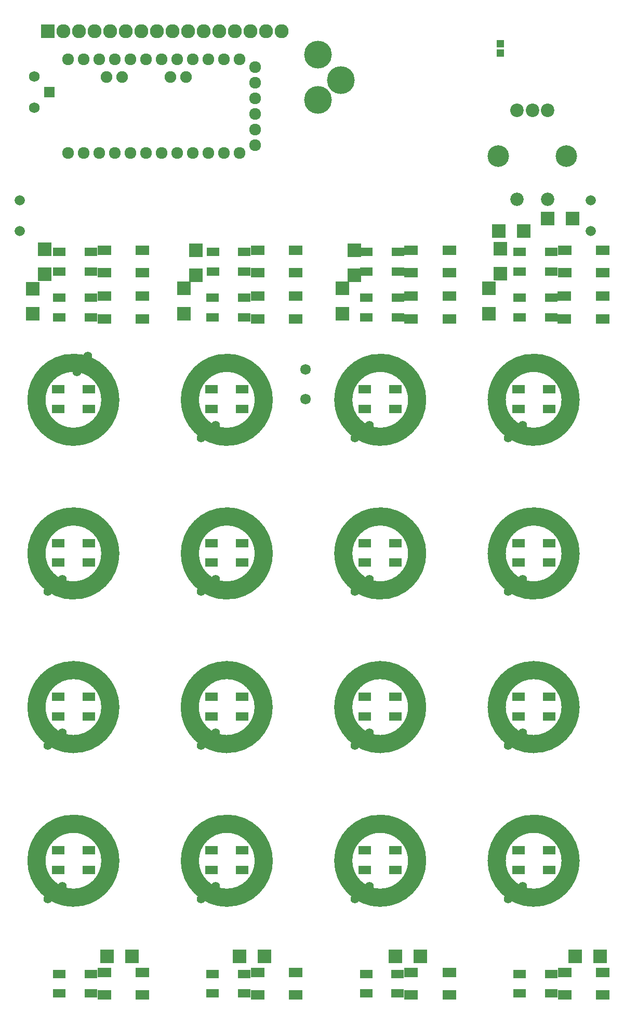
<source format=gts>
G04 #@! TF.FileFunction,Soldermask,Top*
%FSLAX46Y46*%
G04 Gerber Fmt 4.6, Leading zero omitted, Abs format (unit mm)*
G04 Created by KiCad (PCBNEW 4.0.4-stable) date 07/12/17 09:58:22*
%MOMM*%
%LPD*%
G01*
G04 APERTURE LIST*
%ADD10C,2.000000*%
%ADD11C,3.000000*%
%ADD12C,1.416000*%
%ADD13R,2.000000X1.400000*%
%ADD14R,2.279600X2.279600*%
%ADD15C,2.279600*%
%ADD16C,2.200000*%
%ADD17C,3.516000*%
%ADD18C,2.178000*%
%ADD19R,1.289000X1.289000*%
%ADD20C,1.720800*%
%ADD21C,4.514800*%
%ADD22R,2.051000X1.400000*%
%ADD23R,2.167840X2.198320*%
%ADD24R,2.198320X2.167840*%
%ADD25R,2.200000X1.500000*%
%ADD26C,1.924000*%
%ADD27C,1.900000*%
%ADD28C,1.670000*%
%ADD29C,1.748740*%
%ADD30R,1.748740X1.748740*%
G04 APERTURE END LIST*
D10*
D11*
X18224567Y-62500000D02*
G75*
G03X18224567Y-62500000I-6024567J0D01*
G01*
X18224567Y-62500000D02*
G75*
G03X18224567Y-62500000I-6024567J0D01*
G01*
X43224567Y-62500000D02*
G75*
G03X43224567Y-62500000I-6024567J0D01*
G01*
X43224567Y-62500000D02*
G75*
G03X43224567Y-62500000I-6024567J0D01*
G01*
X68224567Y-62500000D02*
G75*
G03X68224567Y-62500000I-6024567J0D01*
G01*
X68224567Y-62500000D02*
G75*
G03X68224567Y-62500000I-6024567J0D01*
G01*
X93224567Y-62500000D02*
G75*
G03X93224567Y-62500000I-6024567J0D01*
G01*
X93224567Y-62500000D02*
G75*
G03X93224567Y-62500000I-6024567J0D01*
G01*
X18224567Y-87500000D02*
G75*
G03X18224567Y-87500000I-6024567J0D01*
G01*
X18224567Y-87500000D02*
G75*
G03X18224567Y-87500000I-6024567J0D01*
G01*
X43224567Y-87500000D02*
G75*
G03X43224567Y-87500000I-6024567J0D01*
G01*
X43224567Y-87500000D02*
G75*
G03X43224567Y-87500000I-6024567J0D01*
G01*
X68224567Y-87500000D02*
G75*
G03X68224567Y-87500000I-6024567J0D01*
G01*
X68224567Y-87500000D02*
G75*
G03X68224567Y-87500000I-6024567J0D01*
G01*
X93224567Y-87500000D02*
G75*
G03X93224567Y-87500000I-6024567J0D01*
G01*
X93224567Y-87500000D02*
G75*
G03X93224567Y-87500000I-6024567J0D01*
G01*
X18224567Y-112500000D02*
G75*
G03X18224567Y-112500000I-6024567J0D01*
G01*
X18224567Y-112500000D02*
G75*
G03X18224567Y-112500000I-6024567J0D01*
G01*
X43201567Y-112500000D02*
G75*
G03X43201567Y-112500000I-6024567J0D01*
G01*
X43201567Y-112500000D02*
G75*
G03X43201567Y-112500000I-6024567J0D01*
G01*
X68224567Y-112500000D02*
G75*
G03X68224567Y-112500000I-6024567J0D01*
G01*
X68224567Y-112500000D02*
G75*
G03X68224567Y-112500000I-6024567J0D01*
G01*
X93224567Y-112500000D02*
G75*
G03X93224567Y-112500000I-6024567J0D01*
G01*
X93224567Y-112500000D02*
G75*
G03X93224567Y-112500000I-6024567J0D01*
G01*
X18224567Y-137500000D02*
G75*
G03X18224567Y-137500000I-6024567J0D01*
G01*
X18224567Y-137500000D02*
G75*
G03X18224567Y-137500000I-6024567J0D01*
G01*
X43224567Y-137500000D02*
G75*
G03X43224567Y-137500000I-6024567J0D01*
G01*
X43224567Y-137500000D02*
G75*
G03X43224567Y-137500000I-6024567J0D01*
G01*
X68224567Y-137500000D02*
G75*
G03X68224567Y-137500000I-6024567J0D01*
G01*
X68224567Y-137500000D02*
G75*
G03X68224567Y-137500000I-6024567J0D01*
G01*
X93224567Y-137500000D02*
G75*
G03X93224567Y-137500000I-6024567J0D01*
G01*
X93224567Y-137500000D02*
G75*
G03X93224567Y-137500000I-6024567J0D01*
G01*
D12*
X12800000Y-58010000D03*
X14570000Y-55390000D03*
D13*
X9700000Y-60800000D03*
X9700000Y-64000000D03*
X14700000Y-64000000D03*
X14700000Y-60800000D03*
D12*
X35400000Y-66650000D03*
X33050000Y-68750000D03*
D13*
X34700000Y-60800000D03*
X34700000Y-64000000D03*
X39700000Y-64000000D03*
X39700000Y-60800000D03*
D14*
X8000000Y-2500000D03*
D15*
X10540000Y-2500000D03*
X13080000Y-2500000D03*
X15620000Y-2500000D03*
X18160000Y-2500000D03*
X20700000Y-2500000D03*
X23240000Y-2500000D03*
X25780000Y-2500000D03*
X28320000Y-2500000D03*
X30860000Y-2500000D03*
X33400000Y-2500000D03*
X35940000Y-2500000D03*
X38480000Y-2500000D03*
X41020000Y-2500000D03*
X43560000Y-2500000D03*
X46100000Y-2500000D03*
D16*
X89495000Y-15360000D03*
X86995000Y-15360000D03*
X84495000Y-15360000D03*
D17*
X92545000Y-22860000D03*
X81445000Y-22860000D03*
D18*
X84495000Y-29860000D03*
X89495000Y-29860000D03*
D19*
X81788000Y-4572000D03*
X81788000Y-6096000D03*
D20*
X50000000Y-57587000D03*
X50000000Y-62413000D03*
D21*
X52025400Y-13670800D03*
X52050800Y-6350000D03*
X55787000Y-10493000D03*
D22*
X9900000Y-38400000D03*
X15054000Y-38400000D03*
X15054000Y-41600000D03*
X9900000Y-41600000D03*
X34923000Y-38400000D03*
X40077000Y-38400000D03*
X40077000Y-41600000D03*
X34923000Y-41600000D03*
X59923000Y-38400000D03*
X65077000Y-38400000D03*
X65077000Y-41600000D03*
X59923000Y-41600000D03*
X84900000Y-38400000D03*
X90054000Y-38400000D03*
X90054000Y-41600000D03*
X84900000Y-41600000D03*
X9900000Y-45900000D03*
X15054000Y-45900000D03*
X15054000Y-49100000D03*
X9900000Y-49100000D03*
X34900000Y-45900000D03*
X40054000Y-45900000D03*
X40054000Y-49100000D03*
X34900000Y-49100000D03*
X59923000Y-45900000D03*
X65077000Y-45900000D03*
X65077000Y-49100000D03*
X59923000Y-49100000D03*
X84923000Y-45900000D03*
X90077000Y-45900000D03*
X90077000Y-49100000D03*
X84923000Y-49100000D03*
X9923000Y-155900000D03*
X15077000Y-155900000D03*
X15077000Y-159100000D03*
X9923000Y-159100000D03*
X34900000Y-155900000D03*
X40054000Y-155900000D03*
X40054000Y-159100000D03*
X34900000Y-159100000D03*
X59900000Y-155900000D03*
X65054000Y-155900000D03*
X65054000Y-159100000D03*
X59900000Y-159100000D03*
X84900000Y-155900000D03*
X90054000Y-155900000D03*
X90054000Y-159100000D03*
X84900000Y-159100000D03*
D12*
X60400000Y-66650000D03*
X58050000Y-68750000D03*
D13*
X59700000Y-60800000D03*
X59700000Y-64000000D03*
X64700000Y-64000000D03*
X64700000Y-60800000D03*
D12*
X85400000Y-66650000D03*
X83050000Y-68750000D03*
D13*
X84700000Y-60800000D03*
X84700000Y-64000000D03*
X89700000Y-64000000D03*
X89700000Y-60800000D03*
D12*
X10400000Y-91650000D03*
X8050000Y-93750000D03*
D13*
X9700000Y-85800000D03*
X9700000Y-89000000D03*
X14700000Y-89000000D03*
X14700000Y-85800000D03*
D12*
X35400000Y-91650000D03*
X33050000Y-93750000D03*
D13*
X34700000Y-85800000D03*
X34700000Y-89000000D03*
X39700000Y-89000000D03*
X39700000Y-85800000D03*
D12*
X60400000Y-91650000D03*
X58050000Y-93750000D03*
D13*
X59700000Y-85800000D03*
X59700000Y-89000000D03*
X64700000Y-89000000D03*
X64700000Y-85800000D03*
D12*
X85400000Y-91650000D03*
X83050000Y-93750000D03*
D13*
X84700000Y-85800000D03*
X84700000Y-89000000D03*
X89700000Y-89000000D03*
X89700000Y-85800000D03*
D12*
X10400000Y-116650000D03*
X8050000Y-118750000D03*
D13*
X9700000Y-110800000D03*
X9700000Y-114000000D03*
X14700000Y-114000000D03*
X14700000Y-110800000D03*
D12*
X35377000Y-116650000D03*
X33027000Y-118750000D03*
D13*
X34677000Y-110800000D03*
X34677000Y-114000000D03*
X39677000Y-114000000D03*
X39677000Y-110800000D03*
D12*
X60400000Y-116650000D03*
X58050000Y-118750000D03*
D13*
X59700000Y-110800000D03*
X59700000Y-114000000D03*
X64700000Y-114000000D03*
X64700000Y-110800000D03*
D12*
X85400000Y-116650000D03*
X83050000Y-118750000D03*
D13*
X84700000Y-110800000D03*
X84700000Y-114000000D03*
X89700000Y-114000000D03*
X89700000Y-110800000D03*
D12*
X10400000Y-141650000D03*
X8050000Y-143750000D03*
D13*
X9700000Y-135800000D03*
X9700000Y-139000000D03*
X14700000Y-139000000D03*
X14700000Y-135800000D03*
D12*
X35400000Y-141650000D03*
X33050000Y-143750000D03*
D13*
X34700000Y-135800000D03*
X34700000Y-139000000D03*
X39700000Y-139000000D03*
X39700000Y-135800000D03*
D12*
X60400000Y-141650000D03*
X58050000Y-143750000D03*
D13*
X59700000Y-135800000D03*
X59700000Y-139000000D03*
X64700000Y-139000000D03*
X64700000Y-135800000D03*
D12*
X85400000Y-141650000D03*
X83050000Y-143750000D03*
D13*
X84700000Y-135800000D03*
X84700000Y-139000000D03*
X89700000Y-139000000D03*
X89700000Y-135800000D03*
D23*
X7500000Y-37960380D03*
X7500000Y-42039620D03*
X32155000Y-42229620D03*
X32155000Y-38150380D03*
X57955000Y-42229620D03*
X57955000Y-38150380D03*
X81800000Y-42000020D03*
X81800000Y-37920780D03*
D24*
X81526380Y-35052000D03*
X85605620Y-35052000D03*
D23*
X5595000Y-48519620D03*
X5595000Y-44440380D03*
X30250000Y-48459620D03*
X30250000Y-44380380D03*
X56050000Y-48459620D03*
X56050000Y-44380380D03*
X79895000Y-48459620D03*
X79895000Y-44380380D03*
D24*
X17645380Y-153035000D03*
X21724620Y-153035000D03*
X39235380Y-153035000D03*
X43314620Y-153035000D03*
X64635380Y-153035000D03*
X68714620Y-153035000D03*
X93937380Y-153035000D03*
X98016620Y-153035000D03*
D25*
X23454000Y-38150000D03*
X17254000Y-38150000D03*
X17254000Y-41850000D03*
X23454000Y-41850000D03*
X48454000Y-38150000D03*
X42254000Y-38150000D03*
X42254000Y-41850000D03*
X48454000Y-41850000D03*
X73454000Y-38150000D03*
X67254000Y-38150000D03*
X67254000Y-41850000D03*
X73454000Y-41850000D03*
X98454000Y-38150000D03*
X92254000Y-38150000D03*
X92254000Y-41850000D03*
X98454000Y-41850000D03*
X23454000Y-45650000D03*
X17254000Y-45650000D03*
X17254000Y-49350000D03*
X23454000Y-49350000D03*
X48454000Y-45650000D03*
X42254000Y-45650000D03*
X42254000Y-49350000D03*
X48454000Y-49350000D03*
X73454000Y-45650000D03*
X67254000Y-45650000D03*
X67254000Y-49350000D03*
X73454000Y-49350000D03*
X98431000Y-45650000D03*
X92231000Y-45650000D03*
X92231000Y-49350000D03*
X98431000Y-49350000D03*
X23454000Y-155650000D03*
X17254000Y-155650000D03*
X17254000Y-159350000D03*
X23454000Y-159350000D03*
X48454000Y-155650000D03*
X42254000Y-155650000D03*
X42254000Y-159350000D03*
X48454000Y-159350000D03*
X73454000Y-155650000D03*
X67254000Y-155650000D03*
X67254000Y-159350000D03*
X73454000Y-159350000D03*
X98454000Y-155650000D03*
X92254000Y-155650000D03*
X92254000Y-159350000D03*
X98454000Y-159350000D03*
D26*
X41820000Y-21030000D03*
X41820000Y-18490000D03*
X41820000Y-15950000D03*
X41820000Y-13410000D03*
X41820000Y-10870000D03*
X41820000Y-8330000D03*
X39280000Y-22300000D03*
X36740000Y-22300000D03*
X34200000Y-22300000D03*
X31660000Y-22300000D03*
X29120000Y-22300000D03*
X26580000Y-22300000D03*
X24040000Y-22300000D03*
X21500000Y-22300000D03*
X18960000Y-22300000D03*
X16420000Y-22300000D03*
X13880000Y-22300000D03*
X11340000Y-22300000D03*
X39280000Y-7060000D03*
X36740000Y-7060000D03*
X34200000Y-7060000D03*
X31660000Y-7060000D03*
X29120000Y-7060000D03*
X26580000Y-7060000D03*
X24040000Y-7060000D03*
X21500000Y-7060000D03*
X18960000Y-7060000D03*
X16420000Y-7060000D03*
X13880000Y-7060000D03*
X11340000Y-7060000D03*
D27*
X30517000Y-9981000D03*
X27977000Y-9981000D03*
X20103000Y-9981000D03*
X17563000Y-9981000D03*
D24*
X89460380Y-33000000D03*
X93539620Y-33000000D03*
D28*
X3500000Y-30000640D03*
X3500000Y-34999360D03*
X96500000Y-34999360D03*
X96500000Y-30000640D03*
D29*
X5801080Y-14940000D03*
X5801080Y-9860000D03*
D30*
X8297900Y-12400000D03*
M02*

</source>
